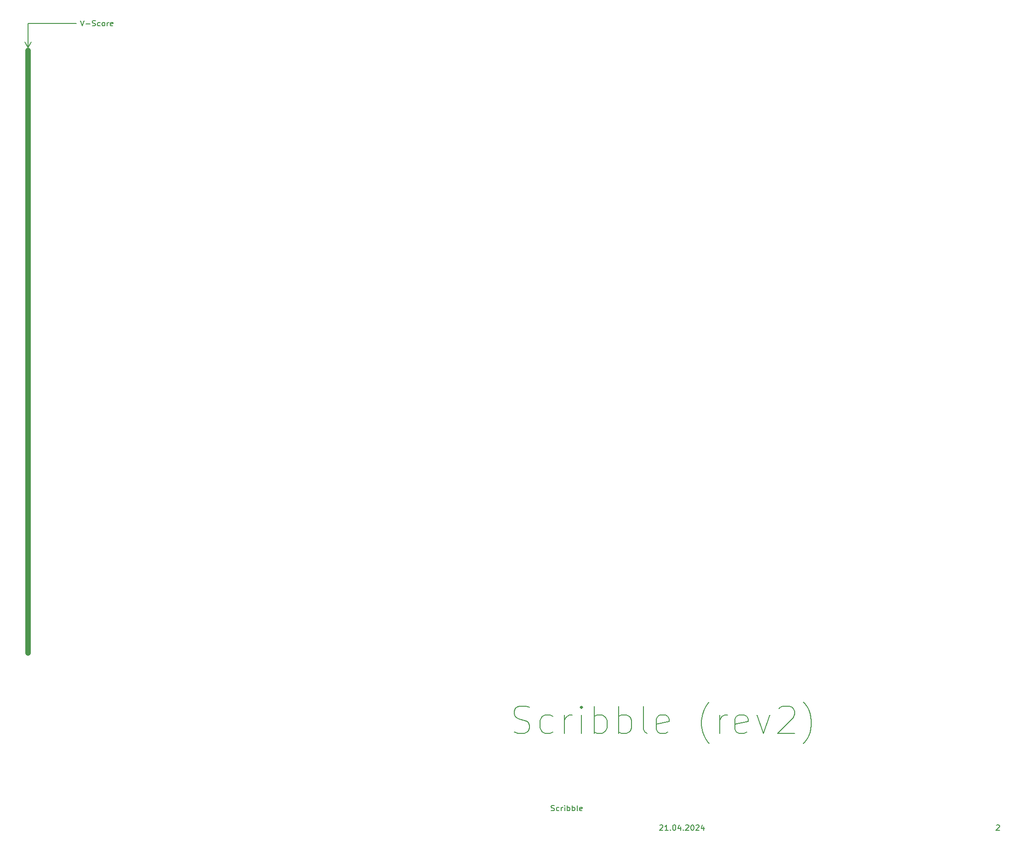
<source format=gbr>
G04 #@! TF.GenerationSoftware,KiCad,Pcbnew,8.0.2-1*
G04 #@! TF.CreationDate,2024-06-17T09:57:32+02:00*
G04 #@! TF.ProjectId,scribble,73637269-6262-46c6-952e-6b696361645f,rev?*
G04 #@! TF.SameCoordinates,Original*
G04 #@! TF.FileFunction,Other,User*
%FSLAX46Y46*%
G04 Gerber Fmt 4.6, Leading zero omitted, Abs format (unit mm)*
G04 Created by KiCad (PCBNEW 8.0.2-1) date 2024-06-17 09:57:32*
%MOMM*%
%LPD*%
G01*
G04 APERTURE LIST*
%ADD10C,1.000000*%
%ADD11C,0.150000*%
G04 APERTURE END LIST*
D10*
X90500000Y-50000000D02*
X90500000Y-161000000D01*
D11*
X268889160Y-192765057D02*
X268936779Y-192717438D01*
X268936779Y-192717438D02*
X269032017Y-192669819D01*
X269032017Y-192669819D02*
X269270112Y-192669819D01*
X269270112Y-192669819D02*
X269365350Y-192717438D01*
X269365350Y-192717438D02*
X269412969Y-192765057D01*
X269412969Y-192765057D02*
X269460588Y-192860295D01*
X269460588Y-192860295D02*
X269460588Y-192955533D01*
X269460588Y-192955533D02*
X269412969Y-193098390D01*
X269412969Y-193098390D02*
X268841541Y-193669819D01*
X268841541Y-193669819D02*
X269460588Y-193669819D01*
X186889160Y-190022200D02*
X187032017Y-190069819D01*
X187032017Y-190069819D02*
X187270112Y-190069819D01*
X187270112Y-190069819D02*
X187365350Y-190022200D01*
X187365350Y-190022200D02*
X187412969Y-189974580D01*
X187412969Y-189974580D02*
X187460588Y-189879342D01*
X187460588Y-189879342D02*
X187460588Y-189784104D01*
X187460588Y-189784104D02*
X187412969Y-189688866D01*
X187412969Y-189688866D02*
X187365350Y-189641247D01*
X187365350Y-189641247D02*
X187270112Y-189593628D01*
X187270112Y-189593628D02*
X187079636Y-189546009D01*
X187079636Y-189546009D02*
X186984398Y-189498390D01*
X186984398Y-189498390D02*
X186936779Y-189450771D01*
X186936779Y-189450771D02*
X186889160Y-189355533D01*
X186889160Y-189355533D02*
X186889160Y-189260295D01*
X186889160Y-189260295D02*
X186936779Y-189165057D01*
X186936779Y-189165057D02*
X186984398Y-189117438D01*
X186984398Y-189117438D02*
X187079636Y-189069819D01*
X187079636Y-189069819D02*
X187317731Y-189069819D01*
X187317731Y-189069819D02*
X187460588Y-189117438D01*
X188317731Y-190022200D02*
X188222493Y-190069819D01*
X188222493Y-190069819D02*
X188032017Y-190069819D01*
X188032017Y-190069819D02*
X187936779Y-190022200D01*
X187936779Y-190022200D02*
X187889160Y-189974580D01*
X187889160Y-189974580D02*
X187841541Y-189879342D01*
X187841541Y-189879342D02*
X187841541Y-189593628D01*
X187841541Y-189593628D02*
X187889160Y-189498390D01*
X187889160Y-189498390D02*
X187936779Y-189450771D01*
X187936779Y-189450771D02*
X188032017Y-189403152D01*
X188032017Y-189403152D02*
X188222493Y-189403152D01*
X188222493Y-189403152D02*
X188317731Y-189450771D01*
X188746303Y-190069819D02*
X188746303Y-189403152D01*
X188746303Y-189593628D02*
X188793922Y-189498390D01*
X188793922Y-189498390D02*
X188841541Y-189450771D01*
X188841541Y-189450771D02*
X188936779Y-189403152D01*
X188936779Y-189403152D02*
X189032017Y-189403152D01*
X189365351Y-190069819D02*
X189365351Y-189403152D01*
X189365351Y-189069819D02*
X189317732Y-189117438D01*
X189317732Y-189117438D02*
X189365351Y-189165057D01*
X189365351Y-189165057D02*
X189412970Y-189117438D01*
X189412970Y-189117438D02*
X189365351Y-189069819D01*
X189365351Y-189069819D02*
X189365351Y-189165057D01*
X189841541Y-190069819D02*
X189841541Y-189069819D01*
X189841541Y-189450771D02*
X189936779Y-189403152D01*
X189936779Y-189403152D02*
X190127255Y-189403152D01*
X190127255Y-189403152D02*
X190222493Y-189450771D01*
X190222493Y-189450771D02*
X190270112Y-189498390D01*
X190270112Y-189498390D02*
X190317731Y-189593628D01*
X190317731Y-189593628D02*
X190317731Y-189879342D01*
X190317731Y-189879342D02*
X190270112Y-189974580D01*
X190270112Y-189974580D02*
X190222493Y-190022200D01*
X190222493Y-190022200D02*
X190127255Y-190069819D01*
X190127255Y-190069819D02*
X189936779Y-190069819D01*
X189936779Y-190069819D02*
X189841541Y-190022200D01*
X190746303Y-190069819D02*
X190746303Y-189069819D01*
X190746303Y-189450771D02*
X190841541Y-189403152D01*
X190841541Y-189403152D02*
X191032017Y-189403152D01*
X191032017Y-189403152D02*
X191127255Y-189450771D01*
X191127255Y-189450771D02*
X191174874Y-189498390D01*
X191174874Y-189498390D02*
X191222493Y-189593628D01*
X191222493Y-189593628D02*
X191222493Y-189879342D01*
X191222493Y-189879342D02*
X191174874Y-189974580D01*
X191174874Y-189974580D02*
X191127255Y-190022200D01*
X191127255Y-190022200D02*
X191032017Y-190069819D01*
X191032017Y-190069819D02*
X190841541Y-190069819D01*
X190841541Y-190069819D02*
X190746303Y-190022200D01*
X191793922Y-190069819D02*
X191698684Y-190022200D01*
X191698684Y-190022200D02*
X191651065Y-189926961D01*
X191651065Y-189926961D02*
X191651065Y-189069819D01*
X192555827Y-190022200D02*
X192460589Y-190069819D01*
X192460589Y-190069819D02*
X192270113Y-190069819D01*
X192270113Y-190069819D02*
X192174875Y-190022200D01*
X192174875Y-190022200D02*
X192127256Y-189926961D01*
X192127256Y-189926961D02*
X192127256Y-189546009D01*
X192127256Y-189546009D02*
X192174875Y-189450771D01*
X192174875Y-189450771D02*
X192270113Y-189403152D01*
X192270113Y-189403152D02*
X192460589Y-189403152D01*
X192460589Y-189403152D02*
X192555827Y-189450771D01*
X192555827Y-189450771D02*
X192603446Y-189546009D01*
X192603446Y-189546009D02*
X192603446Y-189641247D01*
X192603446Y-189641247D02*
X192127256Y-189736485D01*
X180051064Y-175542200D02*
X180765350Y-175780295D01*
X180765350Y-175780295D02*
X181955826Y-175780295D01*
X181955826Y-175780295D02*
X182432017Y-175542200D01*
X182432017Y-175542200D02*
X182670112Y-175304104D01*
X182670112Y-175304104D02*
X182908207Y-174827914D01*
X182908207Y-174827914D02*
X182908207Y-174351723D01*
X182908207Y-174351723D02*
X182670112Y-173875533D01*
X182670112Y-173875533D02*
X182432017Y-173637438D01*
X182432017Y-173637438D02*
X181955826Y-173399342D01*
X181955826Y-173399342D02*
X181003445Y-173161247D01*
X181003445Y-173161247D02*
X180527255Y-172923152D01*
X180527255Y-172923152D02*
X180289160Y-172685057D01*
X180289160Y-172685057D02*
X180051064Y-172208866D01*
X180051064Y-172208866D02*
X180051064Y-171732676D01*
X180051064Y-171732676D02*
X180289160Y-171256485D01*
X180289160Y-171256485D02*
X180527255Y-171018390D01*
X180527255Y-171018390D02*
X181003445Y-170780295D01*
X181003445Y-170780295D02*
X182193922Y-170780295D01*
X182193922Y-170780295D02*
X182908207Y-171018390D01*
X187193922Y-175542200D02*
X186717731Y-175780295D01*
X186717731Y-175780295D02*
X185765350Y-175780295D01*
X185765350Y-175780295D02*
X185289160Y-175542200D01*
X185289160Y-175542200D02*
X185051065Y-175304104D01*
X185051065Y-175304104D02*
X184812969Y-174827914D01*
X184812969Y-174827914D02*
X184812969Y-173399342D01*
X184812969Y-173399342D02*
X185051065Y-172923152D01*
X185051065Y-172923152D02*
X185289160Y-172685057D01*
X185289160Y-172685057D02*
X185765350Y-172446961D01*
X185765350Y-172446961D02*
X186717731Y-172446961D01*
X186717731Y-172446961D02*
X187193922Y-172685057D01*
X189336779Y-175780295D02*
X189336779Y-172446961D01*
X189336779Y-173399342D02*
X189574874Y-172923152D01*
X189574874Y-172923152D02*
X189812969Y-172685057D01*
X189812969Y-172685057D02*
X190289160Y-172446961D01*
X190289160Y-172446961D02*
X190765350Y-172446961D01*
X192432017Y-175780295D02*
X192432017Y-172446961D01*
X192432017Y-170780295D02*
X192193921Y-171018390D01*
X192193921Y-171018390D02*
X192432017Y-171256485D01*
X192432017Y-171256485D02*
X192670112Y-171018390D01*
X192670112Y-171018390D02*
X192432017Y-170780295D01*
X192432017Y-170780295D02*
X192432017Y-171256485D01*
X194812969Y-175780295D02*
X194812969Y-170780295D01*
X194812969Y-172685057D02*
X195289159Y-172446961D01*
X195289159Y-172446961D02*
X196241540Y-172446961D01*
X196241540Y-172446961D02*
X196717731Y-172685057D01*
X196717731Y-172685057D02*
X196955826Y-172923152D01*
X196955826Y-172923152D02*
X197193921Y-173399342D01*
X197193921Y-173399342D02*
X197193921Y-174827914D01*
X197193921Y-174827914D02*
X196955826Y-175304104D01*
X196955826Y-175304104D02*
X196717731Y-175542200D01*
X196717731Y-175542200D02*
X196241540Y-175780295D01*
X196241540Y-175780295D02*
X195289159Y-175780295D01*
X195289159Y-175780295D02*
X194812969Y-175542200D01*
X199336779Y-175780295D02*
X199336779Y-170780295D01*
X199336779Y-172685057D02*
X199812969Y-172446961D01*
X199812969Y-172446961D02*
X200765350Y-172446961D01*
X200765350Y-172446961D02*
X201241541Y-172685057D01*
X201241541Y-172685057D02*
X201479636Y-172923152D01*
X201479636Y-172923152D02*
X201717731Y-173399342D01*
X201717731Y-173399342D02*
X201717731Y-174827914D01*
X201717731Y-174827914D02*
X201479636Y-175304104D01*
X201479636Y-175304104D02*
X201241541Y-175542200D01*
X201241541Y-175542200D02*
X200765350Y-175780295D01*
X200765350Y-175780295D02*
X199812969Y-175780295D01*
X199812969Y-175780295D02*
X199336779Y-175542200D01*
X204574874Y-175780295D02*
X204098684Y-175542200D01*
X204098684Y-175542200D02*
X203860589Y-175066009D01*
X203860589Y-175066009D02*
X203860589Y-170780295D01*
X208384399Y-175542200D02*
X207908208Y-175780295D01*
X207908208Y-175780295D02*
X206955827Y-175780295D01*
X206955827Y-175780295D02*
X206479637Y-175542200D01*
X206479637Y-175542200D02*
X206241541Y-175066009D01*
X206241541Y-175066009D02*
X206241541Y-173161247D01*
X206241541Y-173161247D02*
X206479637Y-172685057D01*
X206479637Y-172685057D02*
X206955827Y-172446961D01*
X206955827Y-172446961D02*
X207908208Y-172446961D01*
X207908208Y-172446961D02*
X208384399Y-172685057D01*
X208384399Y-172685057D02*
X208622494Y-173161247D01*
X208622494Y-173161247D02*
X208622494Y-173637438D01*
X208622494Y-173637438D02*
X206241541Y-174113628D01*
X216003446Y-177685057D02*
X215765351Y-177446961D01*
X215765351Y-177446961D02*
X215289160Y-176732676D01*
X215289160Y-176732676D02*
X215051065Y-176256485D01*
X215051065Y-176256485D02*
X214812970Y-175542200D01*
X214812970Y-175542200D02*
X214574875Y-174351723D01*
X214574875Y-174351723D02*
X214574875Y-173399342D01*
X214574875Y-173399342D02*
X214812970Y-172208866D01*
X214812970Y-172208866D02*
X215051065Y-171494580D01*
X215051065Y-171494580D02*
X215289160Y-171018390D01*
X215289160Y-171018390D02*
X215765351Y-170304104D01*
X215765351Y-170304104D02*
X216003446Y-170066009D01*
X217908208Y-175780295D02*
X217908208Y-172446961D01*
X217908208Y-173399342D02*
X218146303Y-172923152D01*
X218146303Y-172923152D02*
X218384398Y-172685057D01*
X218384398Y-172685057D02*
X218860589Y-172446961D01*
X218860589Y-172446961D02*
X219336779Y-172446961D01*
X222908208Y-175542200D02*
X222432017Y-175780295D01*
X222432017Y-175780295D02*
X221479636Y-175780295D01*
X221479636Y-175780295D02*
X221003446Y-175542200D01*
X221003446Y-175542200D02*
X220765350Y-175066009D01*
X220765350Y-175066009D02*
X220765350Y-173161247D01*
X220765350Y-173161247D02*
X221003446Y-172685057D01*
X221003446Y-172685057D02*
X221479636Y-172446961D01*
X221479636Y-172446961D02*
X222432017Y-172446961D01*
X222432017Y-172446961D02*
X222908208Y-172685057D01*
X222908208Y-172685057D02*
X223146303Y-173161247D01*
X223146303Y-173161247D02*
X223146303Y-173637438D01*
X223146303Y-173637438D02*
X220765350Y-174113628D01*
X224812969Y-172446961D02*
X226003445Y-175780295D01*
X226003445Y-175780295D02*
X227193922Y-172446961D01*
X228860588Y-171256485D02*
X229098684Y-171018390D01*
X229098684Y-171018390D02*
X229574874Y-170780295D01*
X229574874Y-170780295D02*
X230765350Y-170780295D01*
X230765350Y-170780295D02*
X231241541Y-171018390D01*
X231241541Y-171018390D02*
X231479636Y-171256485D01*
X231479636Y-171256485D02*
X231717731Y-171732676D01*
X231717731Y-171732676D02*
X231717731Y-172208866D01*
X231717731Y-172208866D02*
X231479636Y-172923152D01*
X231479636Y-172923152D02*
X228622493Y-175780295D01*
X228622493Y-175780295D02*
X231717731Y-175780295D01*
X233384398Y-177685057D02*
X233622493Y-177446961D01*
X233622493Y-177446961D02*
X234098684Y-176732676D01*
X234098684Y-176732676D02*
X234336779Y-176256485D01*
X234336779Y-176256485D02*
X234574874Y-175542200D01*
X234574874Y-175542200D02*
X234812970Y-174351723D01*
X234812970Y-174351723D02*
X234812970Y-173399342D01*
X234812970Y-173399342D02*
X234574874Y-172208866D01*
X234574874Y-172208866D02*
X234336779Y-171494580D01*
X234336779Y-171494580D02*
X234098684Y-171018390D01*
X234098684Y-171018390D02*
X233622493Y-170304104D01*
X233622493Y-170304104D02*
X233384398Y-170066009D01*
X206889160Y-192765057D02*
X206936779Y-192717438D01*
X206936779Y-192717438D02*
X207032017Y-192669819D01*
X207032017Y-192669819D02*
X207270112Y-192669819D01*
X207270112Y-192669819D02*
X207365350Y-192717438D01*
X207365350Y-192717438D02*
X207412969Y-192765057D01*
X207412969Y-192765057D02*
X207460588Y-192860295D01*
X207460588Y-192860295D02*
X207460588Y-192955533D01*
X207460588Y-192955533D02*
X207412969Y-193098390D01*
X207412969Y-193098390D02*
X206841541Y-193669819D01*
X206841541Y-193669819D02*
X207460588Y-193669819D01*
X208412969Y-193669819D02*
X207841541Y-193669819D01*
X208127255Y-193669819D02*
X208127255Y-192669819D01*
X208127255Y-192669819D02*
X208032017Y-192812676D01*
X208032017Y-192812676D02*
X207936779Y-192907914D01*
X207936779Y-192907914D02*
X207841541Y-192955533D01*
X208841541Y-193574580D02*
X208889160Y-193622200D01*
X208889160Y-193622200D02*
X208841541Y-193669819D01*
X208841541Y-193669819D02*
X208793922Y-193622200D01*
X208793922Y-193622200D02*
X208841541Y-193574580D01*
X208841541Y-193574580D02*
X208841541Y-193669819D01*
X209508207Y-192669819D02*
X209603445Y-192669819D01*
X209603445Y-192669819D02*
X209698683Y-192717438D01*
X209698683Y-192717438D02*
X209746302Y-192765057D01*
X209746302Y-192765057D02*
X209793921Y-192860295D01*
X209793921Y-192860295D02*
X209841540Y-193050771D01*
X209841540Y-193050771D02*
X209841540Y-193288866D01*
X209841540Y-193288866D02*
X209793921Y-193479342D01*
X209793921Y-193479342D02*
X209746302Y-193574580D01*
X209746302Y-193574580D02*
X209698683Y-193622200D01*
X209698683Y-193622200D02*
X209603445Y-193669819D01*
X209603445Y-193669819D02*
X209508207Y-193669819D01*
X209508207Y-193669819D02*
X209412969Y-193622200D01*
X209412969Y-193622200D02*
X209365350Y-193574580D01*
X209365350Y-193574580D02*
X209317731Y-193479342D01*
X209317731Y-193479342D02*
X209270112Y-193288866D01*
X209270112Y-193288866D02*
X209270112Y-193050771D01*
X209270112Y-193050771D02*
X209317731Y-192860295D01*
X209317731Y-192860295D02*
X209365350Y-192765057D01*
X209365350Y-192765057D02*
X209412969Y-192717438D01*
X209412969Y-192717438D02*
X209508207Y-192669819D01*
X210698683Y-193003152D02*
X210698683Y-193669819D01*
X210460588Y-192622200D02*
X210222493Y-193336485D01*
X210222493Y-193336485D02*
X210841540Y-193336485D01*
X211222493Y-193574580D02*
X211270112Y-193622200D01*
X211270112Y-193622200D02*
X211222493Y-193669819D01*
X211222493Y-193669819D02*
X211174874Y-193622200D01*
X211174874Y-193622200D02*
X211222493Y-193574580D01*
X211222493Y-193574580D02*
X211222493Y-193669819D01*
X211651064Y-192765057D02*
X211698683Y-192717438D01*
X211698683Y-192717438D02*
X211793921Y-192669819D01*
X211793921Y-192669819D02*
X212032016Y-192669819D01*
X212032016Y-192669819D02*
X212127254Y-192717438D01*
X212127254Y-192717438D02*
X212174873Y-192765057D01*
X212174873Y-192765057D02*
X212222492Y-192860295D01*
X212222492Y-192860295D02*
X212222492Y-192955533D01*
X212222492Y-192955533D02*
X212174873Y-193098390D01*
X212174873Y-193098390D02*
X211603445Y-193669819D01*
X211603445Y-193669819D02*
X212222492Y-193669819D01*
X212841540Y-192669819D02*
X212936778Y-192669819D01*
X212936778Y-192669819D02*
X213032016Y-192717438D01*
X213032016Y-192717438D02*
X213079635Y-192765057D01*
X213079635Y-192765057D02*
X213127254Y-192860295D01*
X213127254Y-192860295D02*
X213174873Y-193050771D01*
X213174873Y-193050771D02*
X213174873Y-193288866D01*
X213174873Y-193288866D02*
X213127254Y-193479342D01*
X213127254Y-193479342D02*
X213079635Y-193574580D01*
X213079635Y-193574580D02*
X213032016Y-193622200D01*
X213032016Y-193622200D02*
X212936778Y-193669819D01*
X212936778Y-193669819D02*
X212841540Y-193669819D01*
X212841540Y-193669819D02*
X212746302Y-193622200D01*
X212746302Y-193622200D02*
X212698683Y-193574580D01*
X212698683Y-193574580D02*
X212651064Y-193479342D01*
X212651064Y-193479342D02*
X212603445Y-193288866D01*
X212603445Y-193288866D02*
X212603445Y-193050771D01*
X212603445Y-193050771D02*
X212651064Y-192860295D01*
X212651064Y-192860295D02*
X212698683Y-192765057D01*
X212698683Y-192765057D02*
X212746302Y-192717438D01*
X212746302Y-192717438D02*
X212841540Y-192669819D01*
X213555826Y-192765057D02*
X213603445Y-192717438D01*
X213603445Y-192717438D02*
X213698683Y-192669819D01*
X213698683Y-192669819D02*
X213936778Y-192669819D01*
X213936778Y-192669819D02*
X214032016Y-192717438D01*
X214032016Y-192717438D02*
X214079635Y-192765057D01*
X214079635Y-192765057D02*
X214127254Y-192860295D01*
X214127254Y-192860295D02*
X214127254Y-192955533D01*
X214127254Y-192955533D02*
X214079635Y-193098390D01*
X214079635Y-193098390D02*
X213508207Y-193669819D01*
X213508207Y-193669819D02*
X214127254Y-193669819D01*
X214984397Y-193003152D02*
X214984397Y-193669819D01*
X214746302Y-192622200D02*
X214508207Y-193336485D01*
X214508207Y-193336485D02*
X215127254Y-193336485D01*
X100152381Y-44454819D02*
X100485714Y-45454819D01*
X100485714Y-45454819D02*
X100819047Y-44454819D01*
X101152381Y-45073866D02*
X101914286Y-45073866D01*
X102342857Y-45407200D02*
X102485714Y-45454819D01*
X102485714Y-45454819D02*
X102723809Y-45454819D01*
X102723809Y-45454819D02*
X102819047Y-45407200D01*
X102819047Y-45407200D02*
X102866666Y-45359580D01*
X102866666Y-45359580D02*
X102914285Y-45264342D01*
X102914285Y-45264342D02*
X102914285Y-45169104D01*
X102914285Y-45169104D02*
X102866666Y-45073866D01*
X102866666Y-45073866D02*
X102819047Y-45026247D01*
X102819047Y-45026247D02*
X102723809Y-44978628D01*
X102723809Y-44978628D02*
X102533333Y-44931009D01*
X102533333Y-44931009D02*
X102438095Y-44883390D01*
X102438095Y-44883390D02*
X102390476Y-44835771D01*
X102390476Y-44835771D02*
X102342857Y-44740533D01*
X102342857Y-44740533D02*
X102342857Y-44645295D01*
X102342857Y-44645295D02*
X102390476Y-44550057D01*
X102390476Y-44550057D02*
X102438095Y-44502438D01*
X102438095Y-44502438D02*
X102533333Y-44454819D01*
X102533333Y-44454819D02*
X102771428Y-44454819D01*
X102771428Y-44454819D02*
X102914285Y-44502438D01*
X103771428Y-45407200D02*
X103676190Y-45454819D01*
X103676190Y-45454819D02*
X103485714Y-45454819D01*
X103485714Y-45454819D02*
X103390476Y-45407200D01*
X103390476Y-45407200D02*
X103342857Y-45359580D01*
X103342857Y-45359580D02*
X103295238Y-45264342D01*
X103295238Y-45264342D02*
X103295238Y-44978628D01*
X103295238Y-44978628D02*
X103342857Y-44883390D01*
X103342857Y-44883390D02*
X103390476Y-44835771D01*
X103390476Y-44835771D02*
X103485714Y-44788152D01*
X103485714Y-44788152D02*
X103676190Y-44788152D01*
X103676190Y-44788152D02*
X103771428Y-44835771D01*
X104342857Y-45454819D02*
X104247619Y-45407200D01*
X104247619Y-45407200D02*
X104200000Y-45359580D01*
X104200000Y-45359580D02*
X104152381Y-45264342D01*
X104152381Y-45264342D02*
X104152381Y-44978628D01*
X104152381Y-44978628D02*
X104200000Y-44883390D01*
X104200000Y-44883390D02*
X104247619Y-44835771D01*
X104247619Y-44835771D02*
X104342857Y-44788152D01*
X104342857Y-44788152D02*
X104485714Y-44788152D01*
X104485714Y-44788152D02*
X104580952Y-44835771D01*
X104580952Y-44835771D02*
X104628571Y-44883390D01*
X104628571Y-44883390D02*
X104676190Y-44978628D01*
X104676190Y-44978628D02*
X104676190Y-45264342D01*
X104676190Y-45264342D02*
X104628571Y-45359580D01*
X104628571Y-45359580D02*
X104580952Y-45407200D01*
X104580952Y-45407200D02*
X104485714Y-45454819D01*
X104485714Y-45454819D02*
X104342857Y-45454819D01*
X105104762Y-45454819D02*
X105104762Y-44788152D01*
X105104762Y-44978628D02*
X105152381Y-44883390D01*
X105152381Y-44883390D02*
X105200000Y-44835771D01*
X105200000Y-44835771D02*
X105295238Y-44788152D01*
X105295238Y-44788152D02*
X105390476Y-44788152D01*
X106104762Y-45407200D02*
X106009524Y-45454819D01*
X106009524Y-45454819D02*
X105819048Y-45454819D01*
X105819048Y-45454819D02*
X105723810Y-45407200D01*
X105723810Y-45407200D02*
X105676191Y-45311961D01*
X105676191Y-45311961D02*
X105676191Y-44931009D01*
X105676191Y-44931009D02*
X105723810Y-44835771D01*
X105723810Y-44835771D02*
X105819048Y-44788152D01*
X105819048Y-44788152D02*
X106009524Y-44788152D01*
X106009524Y-44788152D02*
X106104762Y-44835771D01*
X106104762Y-44835771D02*
X106152381Y-44931009D01*
X106152381Y-44931009D02*
X106152381Y-45026247D01*
X106152381Y-45026247D02*
X105676191Y-45121485D01*
X90500000Y-49500000D02*
X90500000Y-45000000D01*
X90500000Y-49500000D02*
X89913579Y-48373496D01*
X90500000Y-49500000D02*
X91086421Y-48373496D01*
X90500000Y-45000000D02*
X99432143Y-45000000D01*
X90500000Y-49500000D02*
X90500000Y-45000000D01*
X90500000Y-49500000D02*
X89913579Y-48373496D01*
X90500000Y-49500000D02*
X91086421Y-48373496D01*
X90500000Y-45000000D02*
X99432143Y-45000000D01*
M02*

</source>
